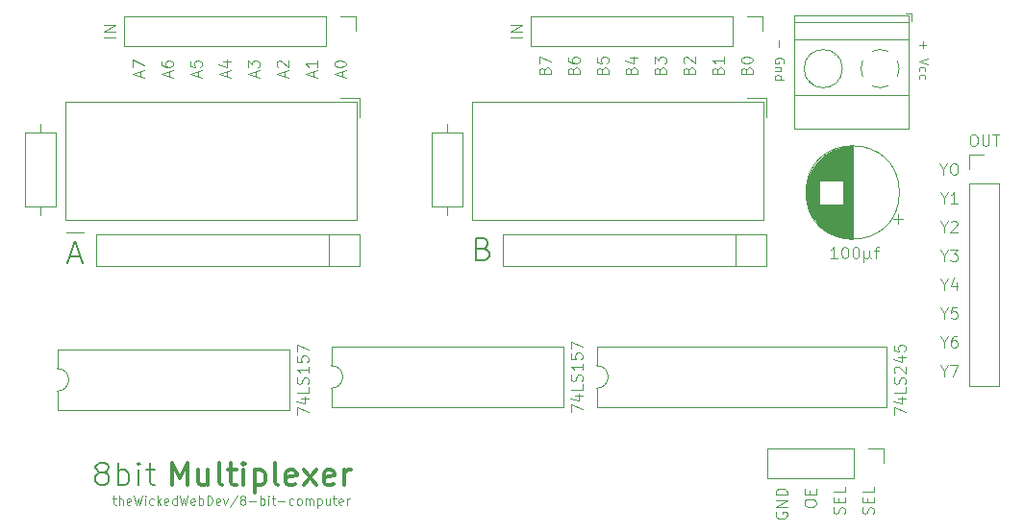
<source format=gbr>
%TF.GenerationSoftware,KiCad,Pcbnew,(5.1.9-0-10_14)*%
%TF.CreationDate,2021-05-30T08:25:23-04:00*%
%TF.ProjectId,MULTIPLEXER,4d554c54-4950-44c4-9558-45522e6b6963,rev?*%
%TF.SameCoordinates,Original*%
%TF.FileFunction,Legend,Top*%
%TF.FilePolarity,Positive*%
%FSLAX46Y46*%
G04 Gerber Fmt 4.6, Leading zero omitted, Abs format (unit mm)*
G04 Created by KiCad (PCBNEW (5.1.9-0-10_14)) date 2021-05-30 08:25:23*
%MOMM*%
%LPD*%
G01*
G04 APERTURE LIST*
%ADD10C,0.120000*%
%ADD11C,0.100000*%
%ADD12C,0.300000*%
%ADD13C,0.200000*%
%ADD14C,0.150000*%
G04 APERTURE END LIST*
D10*
X109220000Y-92964000D02*
X110744000Y-92964000D01*
D11*
X171712000Y-117601904D02*
X171664380Y-117697142D01*
X171664380Y-117840000D01*
X171712000Y-117982857D01*
X171807238Y-118078095D01*
X171902476Y-118125714D01*
X172092952Y-118173333D01*
X172235809Y-118173333D01*
X172426285Y-118125714D01*
X172521523Y-118078095D01*
X172616761Y-117982857D01*
X172664380Y-117840000D01*
X172664380Y-117744761D01*
X172616761Y-117601904D01*
X172569142Y-117554285D01*
X172235809Y-117554285D01*
X172235809Y-117744761D01*
X172664380Y-117125714D02*
X171664380Y-117125714D01*
X172664380Y-116554285D01*
X171664380Y-116554285D01*
X172664380Y-116078095D02*
X171664380Y-116078095D01*
X171664380Y-115840000D01*
X171712000Y-115697142D01*
X171807238Y-115601904D01*
X171902476Y-115554285D01*
X172092952Y-115506666D01*
X172235809Y-115506666D01*
X172426285Y-115554285D01*
X172521523Y-115601904D01*
X172616761Y-115697142D01*
X172664380Y-115840000D01*
X172664380Y-116078095D01*
X113482380Y-75707809D02*
X112482380Y-75707809D01*
X113482380Y-75231619D02*
X112482380Y-75231619D01*
X113482380Y-74660190D01*
X112482380Y-74660190D01*
X149296380Y-75707809D02*
X148296380Y-75707809D01*
X149296380Y-75231619D02*
X148296380Y-75231619D01*
X149296380Y-74660190D01*
X148296380Y-74660190D01*
X188992000Y-84288380D02*
X189182476Y-84288380D01*
X189277714Y-84336000D01*
X189372952Y-84431238D01*
X189420571Y-84621714D01*
X189420571Y-84955047D01*
X189372952Y-85145523D01*
X189277714Y-85240761D01*
X189182476Y-85288380D01*
X188992000Y-85288380D01*
X188896761Y-85240761D01*
X188801523Y-85145523D01*
X188753904Y-84955047D01*
X188753904Y-84621714D01*
X188801523Y-84431238D01*
X188896761Y-84336000D01*
X188992000Y-84288380D01*
X189849142Y-84288380D02*
X189849142Y-85097904D01*
X189896761Y-85193142D01*
X189944380Y-85240761D01*
X190039619Y-85288380D01*
X190230095Y-85288380D01*
X190325333Y-85240761D01*
X190372952Y-85193142D01*
X190420571Y-85097904D01*
X190420571Y-84288380D01*
X190753904Y-84288380D02*
X191325333Y-84288380D01*
X191039619Y-85288380D02*
X191039619Y-84288380D01*
X113259904Y-116414571D02*
X113564666Y-116414571D01*
X113374190Y-116147904D02*
X113374190Y-116833619D01*
X113412285Y-116909809D01*
X113488476Y-116947904D01*
X113564666Y-116947904D01*
X113831333Y-116947904D02*
X113831333Y-116147904D01*
X114174190Y-116947904D02*
X114174190Y-116528857D01*
X114136095Y-116452666D01*
X114059904Y-116414571D01*
X113945619Y-116414571D01*
X113869428Y-116452666D01*
X113831333Y-116490761D01*
X114859904Y-116909809D02*
X114783714Y-116947904D01*
X114631333Y-116947904D01*
X114555142Y-116909809D01*
X114517047Y-116833619D01*
X114517047Y-116528857D01*
X114555142Y-116452666D01*
X114631333Y-116414571D01*
X114783714Y-116414571D01*
X114859904Y-116452666D01*
X114898000Y-116528857D01*
X114898000Y-116605047D01*
X114517047Y-116681238D01*
X115164666Y-116147904D02*
X115355142Y-116947904D01*
X115507523Y-116376476D01*
X115659904Y-116947904D01*
X115850380Y-116147904D01*
X116155142Y-116947904D02*
X116155142Y-116414571D01*
X116155142Y-116147904D02*
X116117047Y-116186000D01*
X116155142Y-116224095D01*
X116193238Y-116186000D01*
X116155142Y-116147904D01*
X116155142Y-116224095D01*
X116878952Y-116909809D02*
X116802761Y-116947904D01*
X116650380Y-116947904D01*
X116574190Y-116909809D01*
X116536095Y-116871714D01*
X116498000Y-116795523D01*
X116498000Y-116566952D01*
X116536095Y-116490761D01*
X116574190Y-116452666D01*
X116650380Y-116414571D01*
X116802761Y-116414571D01*
X116878952Y-116452666D01*
X117221809Y-116947904D02*
X117221809Y-116147904D01*
X117298000Y-116643142D02*
X117526571Y-116947904D01*
X117526571Y-116414571D02*
X117221809Y-116719333D01*
X118174190Y-116909809D02*
X118098000Y-116947904D01*
X117945619Y-116947904D01*
X117869428Y-116909809D01*
X117831333Y-116833619D01*
X117831333Y-116528857D01*
X117869428Y-116452666D01*
X117945619Y-116414571D01*
X118098000Y-116414571D01*
X118174190Y-116452666D01*
X118212285Y-116528857D01*
X118212285Y-116605047D01*
X117831333Y-116681238D01*
X118898000Y-116947904D02*
X118898000Y-116147904D01*
X118898000Y-116909809D02*
X118821809Y-116947904D01*
X118669428Y-116947904D01*
X118593238Y-116909809D01*
X118555142Y-116871714D01*
X118517047Y-116795523D01*
X118517047Y-116566952D01*
X118555142Y-116490761D01*
X118593238Y-116452666D01*
X118669428Y-116414571D01*
X118821809Y-116414571D01*
X118898000Y-116452666D01*
X119202761Y-116147904D02*
X119393238Y-116947904D01*
X119545619Y-116376476D01*
X119698000Y-116947904D01*
X119888476Y-116147904D01*
X120498000Y-116909809D02*
X120421809Y-116947904D01*
X120269428Y-116947904D01*
X120193238Y-116909809D01*
X120155142Y-116833619D01*
X120155142Y-116528857D01*
X120193238Y-116452666D01*
X120269428Y-116414571D01*
X120421809Y-116414571D01*
X120498000Y-116452666D01*
X120536095Y-116528857D01*
X120536095Y-116605047D01*
X120155142Y-116681238D01*
X120878952Y-116947904D02*
X120878952Y-116147904D01*
X120878952Y-116452666D02*
X120955142Y-116414571D01*
X121107523Y-116414571D01*
X121183714Y-116452666D01*
X121221809Y-116490761D01*
X121259904Y-116566952D01*
X121259904Y-116795523D01*
X121221809Y-116871714D01*
X121183714Y-116909809D01*
X121107523Y-116947904D01*
X120955142Y-116947904D01*
X120878952Y-116909809D01*
X121602761Y-116947904D02*
X121602761Y-116147904D01*
X121793238Y-116147904D01*
X121907523Y-116186000D01*
X121983714Y-116262190D01*
X122021809Y-116338380D01*
X122059904Y-116490761D01*
X122059904Y-116605047D01*
X122021809Y-116757428D01*
X121983714Y-116833619D01*
X121907523Y-116909809D01*
X121793238Y-116947904D01*
X121602761Y-116947904D01*
X122707523Y-116909809D02*
X122631333Y-116947904D01*
X122478952Y-116947904D01*
X122402761Y-116909809D01*
X122364666Y-116833619D01*
X122364666Y-116528857D01*
X122402761Y-116452666D01*
X122478952Y-116414571D01*
X122631333Y-116414571D01*
X122707523Y-116452666D01*
X122745619Y-116528857D01*
X122745619Y-116605047D01*
X122364666Y-116681238D01*
X123012285Y-116414571D02*
X123202761Y-116947904D01*
X123393238Y-116414571D01*
X124269428Y-116109809D02*
X123583714Y-117138380D01*
X124650380Y-116490761D02*
X124574190Y-116452666D01*
X124536095Y-116414571D01*
X124498000Y-116338380D01*
X124498000Y-116300285D01*
X124536095Y-116224095D01*
X124574190Y-116186000D01*
X124650380Y-116147904D01*
X124802761Y-116147904D01*
X124878952Y-116186000D01*
X124917047Y-116224095D01*
X124955142Y-116300285D01*
X124955142Y-116338380D01*
X124917047Y-116414571D01*
X124878952Y-116452666D01*
X124802761Y-116490761D01*
X124650380Y-116490761D01*
X124574190Y-116528857D01*
X124536095Y-116566952D01*
X124498000Y-116643142D01*
X124498000Y-116795523D01*
X124536095Y-116871714D01*
X124574190Y-116909809D01*
X124650380Y-116947904D01*
X124802761Y-116947904D01*
X124878952Y-116909809D01*
X124917047Y-116871714D01*
X124955142Y-116795523D01*
X124955142Y-116643142D01*
X124917047Y-116566952D01*
X124878952Y-116528857D01*
X124802761Y-116490761D01*
X125298000Y-116643142D02*
X125907523Y-116643142D01*
X126288476Y-116947904D02*
X126288476Y-116147904D01*
X126288476Y-116452666D02*
X126364666Y-116414571D01*
X126517047Y-116414571D01*
X126593238Y-116452666D01*
X126631333Y-116490761D01*
X126669428Y-116566952D01*
X126669428Y-116795523D01*
X126631333Y-116871714D01*
X126593238Y-116909809D01*
X126517047Y-116947904D01*
X126364666Y-116947904D01*
X126288476Y-116909809D01*
X127012285Y-116947904D02*
X127012285Y-116414571D01*
X127012285Y-116147904D02*
X126974190Y-116186000D01*
X127012285Y-116224095D01*
X127050380Y-116186000D01*
X127012285Y-116147904D01*
X127012285Y-116224095D01*
X127278952Y-116414571D02*
X127583714Y-116414571D01*
X127393238Y-116147904D02*
X127393238Y-116833619D01*
X127431333Y-116909809D01*
X127507523Y-116947904D01*
X127583714Y-116947904D01*
X127850380Y-116643142D02*
X128459904Y-116643142D01*
X129183714Y-116909809D02*
X129107523Y-116947904D01*
X128955142Y-116947904D01*
X128878952Y-116909809D01*
X128840857Y-116871714D01*
X128802761Y-116795523D01*
X128802761Y-116566952D01*
X128840857Y-116490761D01*
X128878952Y-116452666D01*
X128955142Y-116414571D01*
X129107523Y-116414571D01*
X129183714Y-116452666D01*
X129640857Y-116947904D02*
X129564666Y-116909809D01*
X129526571Y-116871714D01*
X129488476Y-116795523D01*
X129488476Y-116566952D01*
X129526571Y-116490761D01*
X129564666Y-116452666D01*
X129640857Y-116414571D01*
X129755142Y-116414571D01*
X129831333Y-116452666D01*
X129869428Y-116490761D01*
X129907523Y-116566952D01*
X129907523Y-116795523D01*
X129869428Y-116871714D01*
X129831333Y-116909809D01*
X129755142Y-116947904D01*
X129640857Y-116947904D01*
X130250380Y-116947904D02*
X130250380Y-116414571D01*
X130250380Y-116490761D02*
X130288476Y-116452666D01*
X130364666Y-116414571D01*
X130478952Y-116414571D01*
X130555142Y-116452666D01*
X130593238Y-116528857D01*
X130593238Y-116947904D01*
X130593238Y-116528857D02*
X130631333Y-116452666D01*
X130707523Y-116414571D01*
X130821809Y-116414571D01*
X130898000Y-116452666D01*
X130936095Y-116528857D01*
X130936095Y-116947904D01*
X131317047Y-116414571D02*
X131317047Y-117214571D01*
X131317047Y-116452666D02*
X131393238Y-116414571D01*
X131545619Y-116414571D01*
X131621809Y-116452666D01*
X131659904Y-116490761D01*
X131698000Y-116566952D01*
X131698000Y-116795523D01*
X131659904Y-116871714D01*
X131621809Y-116909809D01*
X131545619Y-116947904D01*
X131393238Y-116947904D01*
X131317047Y-116909809D01*
X132383714Y-116414571D02*
X132383714Y-116947904D01*
X132040857Y-116414571D02*
X132040857Y-116833619D01*
X132078952Y-116909809D01*
X132155142Y-116947904D01*
X132269428Y-116947904D01*
X132345619Y-116909809D01*
X132383714Y-116871714D01*
X132650380Y-116414571D02*
X132955142Y-116414571D01*
X132764666Y-116147904D02*
X132764666Y-116833619D01*
X132802761Y-116909809D01*
X132878952Y-116947904D01*
X132955142Y-116947904D01*
X133526571Y-116909809D02*
X133450380Y-116947904D01*
X133298000Y-116947904D01*
X133221809Y-116909809D01*
X133183714Y-116833619D01*
X133183714Y-116528857D01*
X133221809Y-116452666D01*
X133298000Y-116414571D01*
X133450380Y-116414571D01*
X133526571Y-116452666D01*
X133564666Y-116528857D01*
X133564666Y-116605047D01*
X133183714Y-116681238D01*
X133907523Y-116947904D02*
X133907523Y-116414571D01*
X133907523Y-116566952D02*
X133945619Y-116490761D01*
X133983714Y-116452666D01*
X134059904Y-116414571D01*
X134136095Y-116414571D01*
D12*
X118523714Y-115204761D02*
X118523714Y-113204761D01*
X119190380Y-114633333D01*
X119857047Y-113204761D01*
X119857047Y-115204761D01*
X121666571Y-113871428D02*
X121666571Y-115204761D01*
X120809428Y-113871428D02*
X120809428Y-114919047D01*
X120904666Y-115109523D01*
X121095142Y-115204761D01*
X121380857Y-115204761D01*
X121571333Y-115109523D01*
X121666571Y-115014285D01*
X122904666Y-115204761D02*
X122714190Y-115109523D01*
X122618952Y-114919047D01*
X122618952Y-113204761D01*
X123380857Y-113871428D02*
X124142761Y-113871428D01*
X123666571Y-113204761D02*
X123666571Y-114919047D01*
X123761809Y-115109523D01*
X123952285Y-115204761D01*
X124142761Y-115204761D01*
X124809428Y-115204761D02*
X124809428Y-113871428D01*
X124809428Y-113204761D02*
X124714190Y-113300000D01*
X124809428Y-113395238D01*
X124904666Y-113300000D01*
X124809428Y-113204761D01*
X124809428Y-113395238D01*
X125761809Y-113871428D02*
X125761809Y-115871428D01*
X125761809Y-113966666D02*
X125952285Y-113871428D01*
X126333238Y-113871428D01*
X126523714Y-113966666D01*
X126618952Y-114061904D01*
X126714190Y-114252380D01*
X126714190Y-114823809D01*
X126618952Y-115014285D01*
X126523714Y-115109523D01*
X126333238Y-115204761D01*
X125952285Y-115204761D01*
X125761809Y-115109523D01*
X127857047Y-115204761D02*
X127666571Y-115109523D01*
X127571333Y-114919047D01*
X127571333Y-113204761D01*
X129380857Y-115109523D02*
X129190380Y-115204761D01*
X128809428Y-115204761D01*
X128618952Y-115109523D01*
X128523714Y-114919047D01*
X128523714Y-114157142D01*
X128618952Y-113966666D01*
X128809428Y-113871428D01*
X129190380Y-113871428D01*
X129380857Y-113966666D01*
X129476095Y-114157142D01*
X129476095Y-114347619D01*
X128523714Y-114538095D01*
X130142761Y-115204761D02*
X131190380Y-113871428D01*
X130142761Y-113871428D02*
X131190380Y-115204761D01*
X132714190Y-115109523D02*
X132523714Y-115204761D01*
X132142761Y-115204761D01*
X131952285Y-115109523D01*
X131857047Y-114919047D01*
X131857047Y-114157142D01*
X131952285Y-113966666D01*
X132142761Y-113871428D01*
X132523714Y-113871428D01*
X132714190Y-113966666D01*
X132809428Y-114157142D01*
X132809428Y-114347619D01*
X131857047Y-114538095D01*
X133666571Y-115204761D02*
X133666571Y-113871428D01*
X133666571Y-114252380D02*
X133761809Y-114061904D01*
X133857047Y-113966666D01*
X134047523Y-113871428D01*
X134238000Y-113871428D01*
D13*
X112157142Y-114061904D02*
X111966666Y-113966666D01*
X111871428Y-113871428D01*
X111776190Y-113680952D01*
X111776190Y-113585714D01*
X111871428Y-113395238D01*
X111966666Y-113300000D01*
X112157142Y-113204761D01*
X112538095Y-113204761D01*
X112728571Y-113300000D01*
X112823809Y-113395238D01*
X112919047Y-113585714D01*
X112919047Y-113680952D01*
X112823809Y-113871428D01*
X112728571Y-113966666D01*
X112538095Y-114061904D01*
X112157142Y-114061904D01*
X111966666Y-114157142D01*
X111871428Y-114252380D01*
X111776190Y-114442857D01*
X111776190Y-114823809D01*
X111871428Y-115014285D01*
X111966666Y-115109523D01*
X112157142Y-115204761D01*
X112538095Y-115204761D01*
X112728571Y-115109523D01*
X112823809Y-115014285D01*
X112919047Y-114823809D01*
X112919047Y-114442857D01*
X112823809Y-114252380D01*
X112728571Y-114157142D01*
X112538095Y-114061904D01*
X113776190Y-115204761D02*
X113776190Y-113204761D01*
X113776190Y-113966666D02*
X113966666Y-113871428D01*
X114347619Y-113871428D01*
X114538095Y-113966666D01*
X114633333Y-114061904D01*
X114728571Y-114252380D01*
X114728571Y-114823809D01*
X114633333Y-115014285D01*
X114538095Y-115109523D01*
X114347619Y-115204761D01*
X113966666Y-115204761D01*
X113776190Y-115109523D01*
X115585714Y-115204761D02*
X115585714Y-113871428D01*
X115585714Y-113204761D02*
X115490476Y-113300000D01*
X115585714Y-113395238D01*
X115680952Y-113300000D01*
X115585714Y-113204761D01*
X115585714Y-113395238D01*
X116252380Y-113871428D02*
X117014285Y-113871428D01*
X116538095Y-113204761D02*
X116538095Y-114919047D01*
X116633333Y-115109523D01*
X116823809Y-115204761D01*
X117014285Y-115204761D01*
D11*
X182078380Y-109037047D02*
X182078380Y-108370380D01*
X183078380Y-108798952D01*
X182411714Y-107560857D02*
X183078380Y-107560857D01*
X182030761Y-107798952D02*
X182745047Y-108037047D01*
X182745047Y-107418000D01*
X183078380Y-106560857D02*
X183078380Y-107037047D01*
X182078380Y-107037047D01*
X183030761Y-106275142D02*
X183078380Y-106132285D01*
X183078380Y-105894190D01*
X183030761Y-105798952D01*
X182983142Y-105751333D01*
X182887904Y-105703714D01*
X182792666Y-105703714D01*
X182697428Y-105751333D01*
X182649809Y-105798952D01*
X182602190Y-105894190D01*
X182554571Y-106084666D01*
X182506952Y-106179904D01*
X182459333Y-106227523D01*
X182364095Y-106275142D01*
X182268857Y-106275142D01*
X182173619Y-106227523D01*
X182126000Y-106179904D01*
X182078380Y-106084666D01*
X182078380Y-105846571D01*
X182126000Y-105703714D01*
X182173619Y-105322761D02*
X182126000Y-105275142D01*
X182078380Y-105179904D01*
X182078380Y-104941809D01*
X182126000Y-104846571D01*
X182173619Y-104798952D01*
X182268857Y-104751333D01*
X182364095Y-104751333D01*
X182506952Y-104798952D01*
X183078380Y-105370380D01*
X183078380Y-104751333D01*
X182411714Y-103894190D02*
X183078380Y-103894190D01*
X182030761Y-104132285D02*
X182745047Y-104370380D01*
X182745047Y-103751333D01*
X182078380Y-102894190D02*
X182078380Y-103370380D01*
X182554571Y-103418000D01*
X182506952Y-103370380D01*
X182459333Y-103275142D01*
X182459333Y-103037047D01*
X182506952Y-102941809D01*
X182554571Y-102894190D01*
X182649809Y-102846571D01*
X182887904Y-102846571D01*
X182983142Y-102894190D01*
X183030761Y-102941809D01*
X183078380Y-103037047D01*
X183078380Y-103275142D01*
X183030761Y-103370380D01*
X182983142Y-103418000D01*
X153630380Y-108783047D02*
X153630380Y-108116380D01*
X154630380Y-108544952D01*
X153963714Y-107306857D02*
X154630380Y-107306857D01*
X153582761Y-107544952D02*
X154297047Y-107783047D01*
X154297047Y-107164000D01*
X154630380Y-106306857D02*
X154630380Y-106783047D01*
X153630380Y-106783047D01*
X154582761Y-106021142D02*
X154630380Y-105878285D01*
X154630380Y-105640190D01*
X154582761Y-105544952D01*
X154535142Y-105497333D01*
X154439904Y-105449714D01*
X154344666Y-105449714D01*
X154249428Y-105497333D01*
X154201809Y-105544952D01*
X154154190Y-105640190D01*
X154106571Y-105830666D01*
X154058952Y-105925904D01*
X154011333Y-105973523D01*
X153916095Y-106021142D01*
X153820857Y-106021142D01*
X153725619Y-105973523D01*
X153678000Y-105925904D01*
X153630380Y-105830666D01*
X153630380Y-105592571D01*
X153678000Y-105449714D01*
X154630380Y-104497333D02*
X154630380Y-105068761D01*
X154630380Y-104783047D02*
X153630380Y-104783047D01*
X153773238Y-104878285D01*
X153868476Y-104973523D01*
X153916095Y-105068761D01*
X153630380Y-103592571D02*
X153630380Y-104068761D01*
X154106571Y-104116380D01*
X154058952Y-104068761D01*
X154011333Y-103973523D01*
X154011333Y-103735428D01*
X154058952Y-103640190D01*
X154106571Y-103592571D01*
X154201809Y-103544952D01*
X154439904Y-103544952D01*
X154535142Y-103592571D01*
X154582761Y-103640190D01*
X154630380Y-103735428D01*
X154630380Y-103973523D01*
X154582761Y-104068761D01*
X154535142Y-104116380D01*
X153630380Y-103211619D02*
X153630380Y-102544952D01*
X154630380Y-102973523D01*
X129500380Y-109037047D02*
X129500380Y-108370380D01*
X130500380Y-108798952D01*
X129833714Y-107560857D02*
X130500380Y-107560857D01*
X129452761Y-107798952D02*
X130167047Y-108037047D01*
X130167047Y-107418000D01*
X130500380Y-106560857D02*
X130500380Y-107037047D01*
X129500380Y-107037047D01*
X130452761Y-106275142D02*
X130500380Y-106132285D01*
X130500380Y-105894190D01*
X130452761Y-105798952D01*
X130405142Y-105751333D01*
X130309904Y-105703714D01*
X130214666Y-105703714D01*
X130119428Y-105751333D01*
X130071809Y-105798952D01*
X130024190Y-105894190D01*
X129976571Y-106084666D01*
X129928952Y-106179904D01*
X129881333Y-106227523D01*
X129786095Y-106275142D01*
X129690857Y-106275142D01*
X129595619Y-106227523D01*
X129548000Y-106179904D01*
X129500380Y-106084666D01*
X129500380Y-105846571D01*
X129548000Y-105703714D01*
X130500380Y-104751333D02*
X130500380Y-105322761D01*
X130500380Y-105037047D02*
X129500380Y-105037047D01*
X129643238Y-105132285D01*
X129738476Y-105227523D01*
X129786095Y-105322761D01*
X129500380Y-103846571D02*
X129500380Y-104322761D01*
X129976571Y-104370380D01*
X129928952Y-104322761D01*
X129881333Y-104227523D01*
X129881333Y-103989428D01*
X129928952Y-103894190D01*
X129976571Y-103846571D01*
X130071809Y-103798952D01*
X130309904Y-103798952D01*
X130405142Y-103846571D01*
X130452761Y-103894190D01*
X130500380Y-103989428D01*
X130500380Y-104227523D01*
X130452761Y-104322761D01*
X130405142Y-104370380D01*
X129500380Y-103465619D02*
X129500380Y-102798952D01*
X130500380Y-103227523D01*
X171900857Y-75990666D02*
X171900857Y-76600190D01*
X172358000Y-78009714D02*
X172396095Y-77933523D01*
X172396095Y-77819238D01*
X172358000Y-77704952D01*
X172281809Y-77628761D01*
X172205619Y-77590666D01*
X172053238Y-77552571D01*
X171938952Y-77552571D01*
X171786571Y-77590666D01*
X171710380Y-77628761D01*
X171634190Y-77704952D01*
X171596095Y-77819238D01*
X171596095Y-77895428D01*
X171634190Y-78009714D01*
X171672285Y-78047809D01*
X171938952Y-78047809D01*
X171938952Y-77895428D01*
X172129428Y-78390666D02*
X171596095Y-78390666D01*
X172053238Y-78390666D02*
X172091333Y-78428761D01*
X172129428Y-78504952D01*
X172129428Y-78619238D01*
X172091333Y-78695428D01*
X172015142Y-78733523D01*
X171596095Y-78733523D01*
X171596095Y-79457333D02*
X172396095Y-79457333D01*
X171634190Y-79457333D02*
X171596095Y-79381142D01*
X171596095Y-79228761D01*
X171634190Y-79152571D01*
X171672285Y-79114476D01*
X171748476Y-79076380D01*
X171977047Y-79076380D01*
X172053238Y-79114476D01*
X172091333Y-79152571D01*
X172129428Y-79228761D01*
X172129428Y-79381142D01*
X172091333Y-79457333D01*
X184600857Y-76085904D02*
X184600857Y-76695428D01*
X184296095Y-76390666D02*
X184905619Y-76390666D01*
X185096095Y-77571619D02*
X184296095Y-77838285D01*
X185096095Y-78104952D01*
X184334190Y-78714476D02*
X184296095Y-78638285D01*
X184296095Y-78485904D01*
X184334190Y-78409714D01*
X184372285Y-78371619D01*
X184448476Y-78333523D01*
X184677047Y-78333523D01*
X184753238Y-78371619D01*
X184791333Y-78409714D01*
X184829428Y-78485904D01*
X184829428Y-78638285D01*
X184791333Y-78714476D01*
X184334190Y-79400190D02*
X184296095Y-79324000D01*
X184296095Y-79171619D01*
X184334190Y-79095428D01*
X184372285Y-79057333D01*
X184448476Y-79019238D01*
X184677047Y-79019238D01*
X184753238Y-79057333D01*
X184791333Y-79095428D01*
X184829428Y-79171619D01*
X184829428Y-79324000D01*
X184791333Y-79400190D01*
X177085809Y-95194380D02*
X176514380Y-95194380D01*
X176800095Y-95194380D02*
X176800095Y-94194380D01*
X176704857Y-94337238D01*
X176609619Y-94432476D01*
X176514380Y-94480095D01*
X177704857Y-94194380D02*
X177800095Y-94194380D01*
X177895333Y-94242000D01*
X177942952Y-94289619D01*
X177990571Y-94384857D01*
X178038190Y-94575333D01*
X178038190Y-94813428D01*
X177990571Y-95003904D01*
X177942952Y-95099142D01*
X177895333Y-95146761D01*
X177800095Y-95194380D01*
X177704857Y-95194380D01*
X177609619Y-95146761D01*
X177562000Y-95099142D01*
X177514380Y-95003904D01*
X177466761Y-94813428D01*
X177466761Y-94575333D01*
X177514380Y-94384857D01*
X177562000Y-94289619D01*
X177609619Y-94242000D01*
X177704857Y-94194380D01*
X178657238Y-94194380D02*
X178752476Y-94194380D01*
X178847714Y-94242000D01*
X178895333Y-94289619D01*
X178942952Y-94384857D01*
X178990571Y-94575333D01*
X178990571Y-94813428D01*
X178942952Y-95003904D01*
X178895333Y-95099142D01*
X178847714Y-95146761D01*
X178752476Y-95194380D01*
X178657238Y-95194380D01*
X178562000Y-95146761D01*
X178514380Y-95099142D01*
X178466761Y-95003904D01*
X178419142Y-94813428D01*
X178419142Y-94575333D01*
X178466761Y-94384857D01*
X178514380Y-94289619D01*
X178562000Y-94242000D01*
X178657238Y-94194380D01*
X179419142Y-94527714D02*
X179419142Y-95527714D01*
X179895333Y-95051523D02*
X179942952Y-95146761D01*
X180038190Y-95194380D01*
X179419142Y-95051523D02*
X179466761Y-95146761D01*
X179562000Y-95194380D01*
X179752476Y-95194380D01*
X179847714Y-95146761D01*
X179895333Y-95051523D01*
X179895333Y-94527714D01*
X180323904Y-94527714D02*
X180704857Y-94527714D01*
X180466761Y-95194380D02*
X180466761Y-94337238D01*
X180514380Y-94242000D01*
X180609619Y-94194380D01*
X180704857Y-94194380D01*
X120816666Y-79200285D02*
X120816666Y-78724095D01*
X121102380Y-79295523D02*
X120102380Y-78962190D01*
X121102380Y-78628857D01*
X120102380Y-77819333D02*
X120102380Y-78295523D01*
X120578571Y-78343142D01*
X120530952Y-78295523D01*
X120483333Y-78200285D01*
X120483333Y-77962190D01*
X120530952Y-77866952D01*
X120578571Y-77819333D01*
X120673809Y-77771714D01*
X120911904Y-77771714D01*
X121007142Y-77819333D01*
X121054761Y-77866952D01*
X121102380Y-77962190D01*
X121102380Y-78200285D01*
X121054761Y-78295523D01*
X121007142Y-78343142D01*
X128436666Y-79200285D02*
X128436666Y-78724095D01*
X128722380Y-79295523D02*
X127722380Y-78962190D01*
X128722380Y-78628857D01*
X127817619Y-78343142D02*
X127770000Y-78295523D01*
X127722380Y-78200285D01*
X127722380Y-77962190D01*
X127770000Y-77866952D01*
X127817619Y-77819333D01*
X127912857Y-77771714D01*
X128008095Y-77771714D01*
X128150952Y-77819333D01*
X128722380Y-78390761D01*
X128722380Y-77771714D01*
X118276666Y-79200285D02*
X118276666Y-78724095D01*
X118562380Y-79295523D02*
X117562380Y-78962190D01*
X118562380Y-78628857D01*
X117562380Y-77866952D02*
X117562380Y-78057428D01*
X117610000Y-78152666D01*
X117657619Y-78200285D01*
X117800476Y-78295523D01*
X117990952Y-78343142D01*
X118371904Y-78343142D01*
X118467142Y-78295523D01*
X118514761Y-78247904D01*
X118562380Y-78152666D01*
X118562380Y-77962190D01*
X118514761Y-77866952D01*
X118467142Y-77819333D01*
X118371904Y-77771714D01*
X118133809Y-77771714D01*
X118038571Y-77819333D01*
X117990952Y-77866952D01*
X117943333Y-77962190D01*
X117943333Y-78152666D01*
X117990952Y-78247904D01*
X118038571Y-78295523D01*
X118133809Y-78343142D01*
X130976666Y-79200285D02*
X130976666Y-78724095D01*
X131262380Y-79295523D02*
X130262380Y-78962190D01*
X131262380Y-78628857D01*
X131262380Y-77771714D02*
X131262380Y-78343142D01*
X131262380Y-78057428D02*
X130262380Y-78057428D01*
X130405238Y-78152666D01*
X130500476Y-78247904D01*
X130548095Y-78343142D01*
X133516666Y-79200285D02*
X133516666Y-78724095D01*
X133802380Y-79295523D02*
X132802380Y-78962190D01*
X133802380Y-78628857D01*
X132802380Y-78105047D02*
X132802380Y-78009809D01*
X132850000Y-77914571D01*
X132897619Y-77866952D01*
X132992857Y-77819333D01*
X133183333Y-77771714D01*
X133421428Y-77771714D01*
X133611904Y-77819333D01*
X133707142Y-77866952D01*
X133754761Y-77914571D01*
X133802380Y-78009809D01*
X133802380Y-78105047D01*
X133754761Y-78200285D01*
X133707142Y-78247904D01*
X133611904Y-78295523D01*
X133421428Y-78343142D01*
X133183333Y-78343142D01*
X132992857Y-78295523D01*
X132897619Y-78247904D01*
X132850000Y-78200285D01*
X132802380Y-78105047D01*
X125896666Y-79200285D02*
X125896666Y-78724095D01*
X126182380Y-79295523D02*
X125182380Y-78962190D01*
X126182380Y-78628857D01*
X125182380Y-78390761D02*
X125182380Y-77771714D01*
X125563333Y-78105047D01*
X125563333Y-77962190D01*
X125610952Y-77866952D01*
X125658571Y-77819333D01*
X125753809Y-77771714D01*
X125991904Y-77771714D01*
X126087142Y-77819333D01*
X126134761Y-77866952D01*
X126182380Y-77962190D01*
X126182380Y-78247904D01*
X126134761Y-78343142D01*
X126087142Y-78390761D01*
X115736666Y-79200285D02*
X115736666Y-78724095D01*
X116022380Y-79295523D02*
X115022380Y-78962190D01*
X116022380Y-78628857D01*
X115022380Y-78390761D02*
X115022380Y-77724095D01*
X116022380Y-78152666D01*
X123356666Y-79200285D02*
X123356666Y-78724095D01*
X123642380Y-79295523D02*
X122642380Y-78962190D01*
X123642380Y-78628857D01*
X122975714Y-77866952D02*
X123642380Y-77866952D01*
X122594761Y-78105047D02*
X123309047Y-78343142D01*
X123309047Y-77724095D01*
X186467809Y-100052190D02*
X186467809Y-100528380D01*
X186134476Y-99528380D02*
X186467809Y-100052190D01*
X186801142Y-99528380D01*
X187610666Y-99528380D02*
X187134476Y-99528380D01*
X187086857Y-100004571D01*
X187134476Y-99956952D01*
X187229714Y-99909333D01*
X187467809Y-99909333D01*
X187563047Y-99956952D01*
X187610666Y-100004571D01*
X187658285Y-100099809D01*
X187658285Y-100337904D01*
X187610666Y-100433142D01*
X187563047Y-100480761D01*
X187467809Y-100528380D01*
X187229714Y-100528380D01*
X187134476Y-100480761D01*
X187086857Y-100433142D01*
X186467809Y-92432190D02*
X186467809Y-92908380D01*
X186134476Y-91908380D02*
X186467809Y-92432190D01*
X186801142Y-91908380D01*
X187086857Y-92003619D02*
X187134476Y-91956000D01*
X187229714Y-91908380D01*
X187467809Y-91908380D01*
X187563047Y-91956000D01*
X187610666Y-92003619D01*
X187658285Y-92098857D01*
X187658285Y-92194095D01*
X187610666Y-92336952D01*
X187039238Y-92908380D01*
X187658285Y-92908380D01*
X186467809Y-102592190D02*
X186467809Y-103068380D01*
X186134476Y-102068380D02*
X186467809Y-102592190D01*
X186801142Y-102068380D01*
X187563047Y-102068380D02*
X187372571Y-102068380D01*
X187277333Y-102116000D01*
X187229714Y-102163619D01*
X187134476Y-102306476D01*
X187086857Y-102496952D01*
X187086857Y-102877904D01*
X187134476Y-102973142D01*
X187182095Y-103020761D01*
X187277333Y-103068380D01*
X187467809Y-103068380D01*
X187563047Y-103020761D01*
X187610666Y-102973142D01*
X187658285Y-102877904D01*
X187658285Y-102639809D01*
X187610666Y-102544571D01*
X187563047Y-102496952D01*
X187467809Y-102449333D01*
X187277333Y-102449333D01*
X187182095Y-102496952D01*
X187134476Y-102544571D01*
X187086857Y-102639809D01*
X186467809Y-89892190D02*
X186467809Y-90368380D01*
X186134476Y-89368380D02*
X186467809Y-89892190D01*
X186801142Y-89368380D01*
X187658285Y-90368380D02*
X187086857Y-90368380D01*
X187372571Y-90368380D02*
X187372571Y-89368380D01*
X187277333Y-89511238D01*
X187182095Y-89606476D01*
X187086857Y-89654095D01*
X186420190Y-87352190D02*
X186420190Y-87828380D01*
X186086857Y-86828380D02*
X186420190Y-87352190D01*
X186753523Y-86828380D01*
X187277333Y-86828380D02*
X187467809Y-86828380D01*
X187563047Y-86876000D01*
X187658285Y-86971238D01*
X187705904Y-87161714D01*
X187705904Y-87495047D01*
X187658285Y-87685523D01*
X187563047Y-87780761D01*
X187467809Y-87828380D01*
X187277333Y-87828380D01*
X187182095Y-87780761D01*
X187086857Y-87685523D01*
X187039238Y-87495047D01*
X187039238Y-87161714D01*
X187086857Y-86971238D01*
X187182095Y-86876000D01*
X187277333Y-86828380D01*
X186467809Y-94972190D02*
X186467809Y-95448380D01*
X186134476Y-94448380D02*
X186467809Y-94972190D01*
X186801142Y-94448380D01*
X187039238Y-94448380D02*
X187658285Y-94448380D01*
X187324952Y-94829333D01*
X187467809Y-94829333D01*
X187563047Y-94876952D01*
X187610666Y-94924571D01*
X187658285Y-95019809D01*
X187658285Y-95257904D01*
X187610666Y-95353142D01*
X187563047Y-95400761D01*
X187467809Y-95448380D01*
X187182095Y-95448380D01*
X187086857Y-95400761D01*
X187039238Y-95353142D01*
X186467809Y-105132190D02*
X186467809Y-105608380D01*
X186134476Y-104608380D02*
X186467809Y-105132190D01*
X186801142Y-104608380D01*
X187039238Y-104608380D02*
X187705904Y-104608380D01*
X187277333Y-105608380D01*
X186467809Y-97512190D02*
X186467809Y-97988380D01*
X186134476Y-96988380D02*
X186467809Y-97512190D01*
X186801142Y-96988380D01*
X187563047Y-97321714D02*
X187563047Y-97988380D01*
X187324952Y-96940761D02*
X187086857Y-97655047D01*
X187705904Y-97655047D01*
X151312571Y-78636761D02*
X151360190Y-78493904D01*
X151407809Y-78446285D01*
X151503047Y-78398666D01*
X151645904Y-78398666D01*
X151741142Y-78446285D01*
X151788761Y-78493904D01*
X151836380Y-78589142D01*
X151836380Y-78970095D01*
X150836380Y-78970095D01*
X150836380Y-78636761D01*
X150884000Y-78541523D01*
X150931619Y-78493904D01*
X151026857Y-78446285D01*
X151122095Y-78446285D01*
X151217333Y-78493904D01*
X151264952Y-78541523D01*
X151312571Y-78636761D01*
X151312571Y-78970095D01*
X150836380Y-78065333D02*
X150836380Y-77398666D01*
X151836380Y-77827238D01*
X153852571Y-78636761D02*
X153900190Y-78493904D01*
X153947809Y-78446285D01*
X154043047Y-78398666D01*
X154185904Y-78398666D01*
X154281142Y-78446285D01*
X154328761Y-78493904D01*
X154376380Y-78589142D01*
X154376380Y-78970095D01*
X153376380Y-78970095D01*
X153376380Y-78636761D01*
X153424000Y-78541523D01*
X153471619Y-78493904D01*
X153566857Y-78446285D01*
X153662095Y-78446285D01*
X153757333Y-78493904D01*
X153804952Y-78541523D01*
X153852571Y-78636761D01*
X153852571Y-78970095D01*
X153376380Y-77541523D02*
X153376380Y-77732000D01*
X153424000Y-77827238D01*
X153471619Y-77874857D01*
X153614476Y-77970095D01*
X153804952Y-78017714D01*
X154185904Y-78017714D01*
X154281142Y-77970095D01*
X154328761Y-77922476D01*
X154376380Y-77827238D01*
X154376380Y-77636761D01*
X154328761Y-77541523D01*
X154281142Y-77493904D01*
X154185904Y-77446285D01*
X153947809Y-77446285D01*
X153852571Y-77493904D01*
X153804952Y-77541523D01*
X153757333Y-77636761D01*
X153757333Y-77827238D01*
X153804952Y-77922476D01*
X153852571Y-77970095D01*
X153947809Y-78017714D01*
X156392571Y-78636761D02*
X156440190Y-78493904D01*
X156487809Y-78446285D01*
X156583047Y-78398666D01*
X156725904Y-78398666D01*
X156821142Y-78446285D01*
X156868761Y-78493904D01*
X156916380Y-78589142D01*
X156916380Y-78970095D01*
X155916380Y-78970095D01*
X155916380Y-78636761D01*
X155964000Y-78541523D01*
X156011619Y-78493904D01*
X156106857Y-78446285D01*
X156202095Y-78446285D01*
X156297333Y-78493904D01*
X156344952Y-78541523D01*
X156392571Y-78636761D01*
X156392571Y-78970095D01*
X155916380Y-77493904D02*
X155916380Y-77970095D01*
X156392571Y-78017714D01*
X156344952Y-77970095D01*
X156297333Y-77874857D01*
X156297333Y-77636761D01*
X156344952Y-77541523D01*
X156392571Y-77493904D01*
X156487809Y-77446285D01*
X156725904Y-77446285D01*
X156821142Y-77493904D01*
X156868761Y-77541523D01*
X156916380Y-77636761D01*
X156916380Y-77874857D01*
X156868761Y-77970095D01*
X156821142Y-78017714D01*
X158932571Y-78636761D02*
X158980190Y-78493904D01*
X159027809Y-78446285D01*
X159123047Y-78398666D01*
X159265904Y-78398666D01*
X159361142Y-78446285D01*
X159408761Y-78493904D01*
X159456380Y-78589142D01*
X159456380Y-78970095D01*
X158456380Y-78970095D01*
X158456380Y-78636761D01*
X158504000Y-78541523D01*
X158551619Y-78493904D01*
X158646857Y-78446285D01*
X158742095Y-78446285D01*
X158837333Y-78493904D01*
X158884952Y-78541523D01*
X158932571Y-78636761D01*
X158932571Y-78970095D01*
X158789714Y-77541523D02*
X159456380Y-77541523D01*
X158408761Y-77779619D02*
X159123047Y-78017714D01*
X159123047Y-77398666D01*
X161472571Y-78636761D02*
X161520190Y-78493904D01*
X161567809Y-78446285D01*
X161663047Y-78398666D01*
X161805904Y-78398666D01*
X161901142Y-78446285D01*
X161948761Y-78493904D01*
X161996380Y-78589142D01*
X161996380Y-78970095D01*
X160996380Y-78970095D01*
X160996380Y-78636761D01*
X161044000Y-78541523D01*
X161091619Y-78493904D01*
X161186857Y-78446285D01*
X161282095Y-78446285D01*
X161377333Y-78493904D01*
X161424952Y-78541523D01*
X161472571Y-78636761D01*
X161472571Y-78970095D01*
X160996380Y-78065333D02*
X160996380Y-77446285D01*
X161377333Y-77779619D01*
X161377333Y-77636761D01*
X161424952Y-77541523D01*
X161472571Y-77493904D01*
X161567809Y-77446285D01*
X161805904Y-77446285D01*
X161901142Y-77493904D01*
X161948761Y-77541523D01*
X161996380Y-77636761D01*
X161996380Y-77922476D01*
X161948761Y-78017714D01*
X161901142Y-78065333D01*
X164012571Y-78636761D02*
X164060190Y-78493904D01*
X164107809Y-78446285D01*
X164203047Y-78398666D01*
X164345904Y-78398666D01*
X164441142Y-78446285D01*
X164488761Y-78493904D01*
X164536380Y-78589142D01*
X164536380Y-78970095D01*
X163536380Y-78970095D01*
X163536380Y-78636761D01*
X163584000Y-78541523D01*
X163631619Y-78493904D01*
X163726857Y-78446285D01*
X163822095Y-78446285D01*
X163917333Y-78493904D01*
X163964952Y-78541523D01*
X164012571Y-78636761D01*
X164012571Y-78970095D01*
X163631619Y-78017714D02*
X163584000Y-77970095D01*
X163536380Y-77874857D01*
X163536380Y-77636761D01*
X163584000Y-77541523D01*
X163631619Y-77493904D01*
X163726857Y-77446285D01*
X163822095Y-77446285D01*
X163964952Y-77493904D01*
X164536380Y-78065333D01*
X164536380Y-77446285D01*
X166552571Y-78636761D02*
X166600190Y-78493904D01*
X166647809Y-78446285D01*
X166743047Y-78398666D01*
X166885904Y-78398666D01*
X166981142Y-78446285D01*
X167028761Y-78493904D01*
X167076380Y-78589142D01*
X167076380Y-78970095D01*
X166076380Y-78970095D01*
X166076380Y-78636761D01*
X166124000Y-78541523D01*
X166171619Y-78493904D01*
X166266857Y-78446285D01*
X166362095Y-78446285D01*
X166457333Y-78493904D01*
X166504952Y-78541523D01*
X166552571Y-78636761D01*
X166552571Y-78970095D01*
X167076380Y-77446285D02*
X167076380Y-78017714D01*
X167076380Y-77732000D02*
X166076380Y-77732000D01*
X166219238Y-77827238D01*
X166314476Y-77922476D01*
X166362095Y-78017714D01*
X169092571Y-78636761D02*
X169140190Y-78493904D01*
X169187809Y-78446285D01*
X169283047Y-78398666D01*
X169425904Y-78398666D01*
X169521142Y-78446285D01*
X169568761Y-78493904D01*
X169616380Y-78589142D01*
X169616380Y-78970095D01*
X168616380Y-78970095D01*
X168616380Y-78636761D01*
X168664000Y-78541523D01*
X168711619Y-78493904D01*
X168806857Y-78446285D01*
X168902095Y-78446285D01*
X168997333Y-78493904D01*
X169044952Y-78541523D01*
X169092571Y-78636761D01*
X169092571Y-78970095D01*
X168616380Y-77779619D02*
X168616380Y-77684380D01*
X168664000Y-77589142D01*
X168711619Y-77541523D01*
X168806857Y-77493904D01*
X168997333Y-77446285D01*
X169235428Y-77446285D01*
X169425904Y-77493904D01*
X169521142Y-77541523D01*
X169568761Y-77589142D01*
X169616380Y-77684380D01*
X169616380Y-77779619D01*
X169568761Y-77874857D01*
X169521142Y-77922476D01*
X169425904Y-77970095D01*
X169235428Y-78017714D01*
X168997333Y-78017714D01*
X168806857Y-77970095D01*
X168711619Y-77922476D01*
X168664000Y-77874857D01*
X168616380Y-77779619D01*
X180236761Y-117728857D02*
X180284380Y-117586000D01*
X180284380Y-117347904D01*
X180236761Y-117252666D01*
X180189142Y-117205047D01*
X180093904Y-117157428D01*
X179998666Y-117157428D01*
X179903428Y-117205047D01*
X179855809Y-117252666D01*
X179808190Y-117347904D01*
X179760571Y-117538380D01*
X179712952Y-117633619D01*
X179665333Y-117681238D01*
X179570095Y-117728857D01*
X179474857Y-117728857D01*
X179379619Y-117681238D01*
X179332000Y-117633619D01*
X179284380Y-117538380D01*
X179284380Y-117300285D01*
X179332000Y-117157428D01*
X179760571Y-116728857D02*
X179760571Y-116395523D01*
X180284380Y-116252666D02*
X180284380Y-116728857D01*
X179284380Y-116728857D01*
X179284380Y-116252666D01*
X180284380Y-115347904D02*
X180284380Y-115824095D01*
X179284380Y-115824095D01*
X177696761Y-117728857D02*
X177744380Y-117586000D01*
X177744380Y-117347904D01*
X177696761Y-117252666D01*
X177649142Y-117205047D01*
X177553904Y-117157428D01*
X177458666Y-117157428D01*
X177363428Y-117205047D01*
X177315809Y-117252666D01*
X177268190Y-117347904D01*
X177220571Y-117538380D01*
X177172952Y-117633619D01*
X177125333Y-117681238D01*
X177030095Y-117728857D01*
X176934857Y-117728857D01*
X176839619Y-117681238D01*
X176792000Y-117633619D01*
X176744380Y-117538380D01*
X176744380Y-117300285D01*
X176792000Y-117157428D01*
X177220571Y-116728857D02*
X177220571Y-116395523D01*
X177744380Y-116252666D02*
X177744380Y-116728857D01*
X176744380Y-116728857D01*
X176744380Y-116252666D01*
X177744380Y-115347904D02*
X177744380Y-115824095D01*
X176744380Y-115824095D01*
X174204380Y-116879619D02*
X174204380Y-116689142D01*
X174252000Y-116593904D01*
X174347238Y-116498666D01*
X174537714Y-116451047D01*
X174871047Y-116451047D01*
X175061523Y-116498666D01*
X175156761Y-116593904D01*
X175204380Y-116689142D01*
X175204380Y-116879619D01*
X175156761Y-116974857D01*
X175061523Y-117070095D01*
X174871047Y-117117714D01*
X174537714Y-117117714D01*
X174347238Y-117070095D01*
X174252000Y-116974857D01*
X174204380Y-116879619D01*
X174680571Y-116022476D02*
X174680571Y-115689142D01*
X175204380Y-115546285D02*
X175204380Y-116022476D01*
X174204380Y-116022476D01*
X174204380Y-115546285D01*
D14*
X109505809Y-95075333D02*
X110458190Y-95075333D01*
X109315333Y-95646761D02*
X109982000Y-93646761D01*
X110648666Y-95646761D01*
X145938857Y-94345142D02*
X146224571Y-94440380D01*
X146319809Y-94535619D01*
X146415047Y-94726095D01*
X146415047Y-95011809D01*
X146319809Y-95202285D01*
X146224571Y-95297523D01*
X146034095Y-95392761D01*
X145272190Y-95392761D01*
X145272190Y-93392761D01*
X145938857Y-93392761D01*
X146129333Y-93488000D01*
X146224571Y-93583238D01*
X146319809Y-93773714D01*
X146319809Y-93964190D01*
X146224571Y-94154666D01*
X146129333Y-94249904D01*
X145938857Y-94345142D01*
X145272190Y-94345142D01*
D10*
%TO.C,J3*%
X170882000Y-111954000D02*
X170882000Y-114614000D01*
X178562000Y-111954000D02*
X170882000Y-111954000D01*
X178562000Y-114614000D02*
X170882000Y-114614000D01*
X178562000Y-111954000D02*
X178562000Y-114614000D01*
X179832000Y-111954000D02*
X181162000Y-111954000D01*
X181162000Y-111954000D02*
X181162000Y-113284000D01*
%TO.C,RN2*%
X170858000Y-95888000D02*
X170858000Y-93088000D01*
X170858000Y-93088000D02*
X147658000Y-93088000D01*
X147658000Y-93088000D02*
X147658000Y-95888000D01*
X147658000Y-95888000D02*
X170858000Y-95888000D01*
X168148000Y-95888000D02*
X168148000Y-93088000D01*
%TO.C,RN1*%
X135044000Y-95888000D02*
X135044000Y-93088000D01*
X135044000Y-93088000D02*
X111844000Y-93088000D01*
X111844000Y-93088000D02*
X111844000Y-95888000D01*
X111844000Y-95888000D02*
X135044000Y-95888000D01*
X132334000Y-95888000D02*
X132334000Y-93088000D01*
%TO.C,R3*%
X144118000Y-84106000D02*
X141378000Y-84106000D01*
X141378000Y-84106000D02*
X141378000Y-90646000D01*
X141378000Y-90646000D02*
X144118000Y-90646000D01*
X144118000Y-90646000D02*
X144118000Y-84106000D01*
X142748000Y-83336000D02*
X142748000Y-84106000D01*
X142748000Y-91416000D02*
X142748000Y-90646000D01*
%TO.C,R1*%
X108304000Y-84106000D02*
X105564000Y-84106000D01*
X105564000Y-84106000D02*
X105564000Y-90646000D01*
X105564000Y-90646000D02*
X108304000Y-90646000D01*
X108304000Y-90646000D02*
X108304000Y-84106000D01*
X106934000Y-83336000D02*
X106934000Y-84106000D01*
X106934000Y-91416000D02*
X106934000Y-90646000D01*
%TO.C,BAR2*%
X170864000Y-82804000D02*
X170864000Y-81104000D01*
X170864000Y-81104000D02*
X169164000Y-81104000D01*
X144894000Y-91834000D02*
X144894000Y-81394000D01*
X144894000Y-81394000D02*
X170574000Y-81394000D01*
X170574000Y-81394000D02*
X170574000Y-91834000D01*
X170574000Y-91834000D02*
X144894000Y-91834000D01*
%TO.C,BAR1*%
X135050000Y-82804000D02*
X135050000Y-81104000D01*
X135050000Y-81104000D02*
X133350000Y-81104000D01*
X109080000Y-91834000D02*
X109080000Y-81394000D01*
X109080000Y-81394000D02*
X134760000Y-81394000D01*
X134760000Y-81394000D02*
X134760000Y-91834000D01*
X134760000Y-91834000D02*
X109080000Y-91834000D01*
%TO.C,U3*%
X155896000Y-104664000D02*
G75*
G02*
X155896000Y-106664000I0J-1000000D01*
G01*
X155896000Y-106664000D02*
X155896000Y-108314000D01*
X155896000Y-108314000D02*
X181416000Y-108314000D01*
X181416000Y-108314000D02*
X181416000Y-103014000D01*
X181416000Y-103014000D02*
X155896000Y-103014000D01*
X155896000Y-103014000D02*
X155896000Y-104664000D01*
%TO.C,U2*%
X132528000Y-104664000D02*
G75*
G02*
X132528000Y-106664000I0J-1000000D01*
G01*
X132528000Y-106664000D02*
X132528000Y-108314000D01*
X132528000Y-108314000D02*
X152968000Y-108314000D01*
X152968000Y-108314000D02*
X152968000Y-103014000D01*
X152968000Y-103014000D02*
X132528000Y-103014000D01*
X132528000Y-103014000D02*
X132528000Y-104664000D01*
%TO.C,U1*%
X108398000Y-104918000D02*
G75*
G02*
X108398000Y-106918000I0J-1000000D01*
G01*
X108398000Y-106918000D02*
X108398000Y-108568000D01*
X108398000Y-108568000D02*
X128838000Y-108568000D01*
X128838000Y-108568000D02*
X128838000Y-103268000D01*
X128838000Y-103268000D02*
X108398000Y-103268000D01*
X108398000Y-103268000D02*
X108398000Y-104918000D01*
%TO.C,J6*%
X188662000Y-106486000D02*
X191322000Y-106486000D01*
X188662000Y-88646000D02*
X188662000Y-106486000D01*
X191322000Y-88646000D02*
X191322000Y-106486000D01*
X188662000Y-88646000D02*
X191322000Y-88646000D01*
X188662000Y-87376000D02*
X188662000Y-86046000D01*
X188662000Y-86046000D02*
X189992000Y-86046000D01*
%TO.C,J5*%
X150054000Y-73854000D02*
X150054000Y-76514000D01*
X167894000Y-73854000D02*
X150054000Y-73854000D01*
X167894000Y-76514000D02*
X150054000Y-76514000D01*
X167894000Y-73854000D02*
X167894000Y-76514000D01*
X169164000Y-73854000D02*
X170494000Y-73854000D01*
X170494000Y-73854000D02*
X170494000Y-75184000D01*
%TO.C,J4*%
X114240000Y-73854000D02*
X114240000Y-76514000D01*
X132080000Y-73854000D02*
X114240000Y-73854000D01*
X132080000Y-76514000D02*
X114240000Y-76514000D01*
X132080000Y-73854000D02*
X132080000Y-76514000D01*
X133350000Y-73854000D02*
X134680000Y-73854000D01*
X134680000Y-73854000D02*
X134680000Y-75184000D01*
%TO.C,J1*%
X180819195Y-76805747D02*
G75*
G02*
X181532000Y-76951000I28805J-1680253D01*
G01*
X182383426Y-77802958D02*
G75*
G02*
X182383000Y-79170000I-1535426J-683042D01*
G01*
X181531042Y-80021426D02*
G75*
G02*
X180164000Y-80021000I-683042J1535426D01*
G01*
X179312574Y-79169042D02*
G75*
G02*
X179313000Y-77802000I1535426J683042D01*
G01*
X180164682Y-76951244D02*
G75*
G02*
X180848000Y-76806000I683318J-1534756D01*
G01*
X177528000Y-78486000D02*
G75*
G03*
X177528000Y-78486000I-1680000J0D01*
G01*
X183408000Y-74386000D02*
X173288000Y-74386000D01*
X183408000Y-75886000D02*
X173288000Y-75886000D01*
X183408000Y-80787000D02*
X173288000Y-80787000D01*
X183408000Y-83747000D02*
X173288000Y-83747000D01*
X183408000Y-73826000D02*
X173288000Y-73826000D01*
X183408000Y-83747000D02*
X183408000Y-73826000D01*
X173288000Y-83747000D02*
X173288000Y-73826000D01*
X174573000Y-79555000D02*
X174620000Y-79509000D01*
X176882000Y-77247000D02*
X176917000Y-77212000D01*
X174778000Y-79761000D02*
X174813000Y-79725000D01*
X177075000Y-77463000D02*
X177122000Y-77417000D01*
X183648000Y-74326000D02*
X183648000Y-73586000D01*
X183648000Y-73586000D02*
X183148000Y-73586000D01*
%TO.C,C1*%
X182560000Y-89408000D02*
G75*
G03*
X182560000Y-89408000I-4120000J0D01*
G01*
X178440000Y-93488000D02*
X178440000Y-85328000D01*
X178400000Y-93488000D02*
X178400000Y-85328000D01*
X178360000Y-93488000D02*
X178360000Y-85328000D01*
X178320000Y-93487000D02*
X178320000Y-85329000D01*
X178280000Y-93485000D02*
X178280000Y-85331000D01*
X178240000Y-93484000D02*
X178240000Y-85332000D01*
X178200000Y-93482000D02*
X178200000Y-85334000D01*
X178160000Y-93479000D02*
X178160000Y-85337000D01*
X178120000Y-93476000D02*
X178120000Y-85340000D01*
X178080000Y-93473000D02*
X178080000Y-85343000D01*
X178040000Y-93469000D02*
X178040000Y-85347000D01*
X178000000Y-93465000D02*
X178000000Y-85351000D01*
X177960000Y-93460000D02*
X177960000Y-85356000D01*
X177920000Y-93456000D02*
X177920000Y-85360000D01*
X177880000Y-93450000D02*
X177880000Y-85366000D01*
X177840000Y-93445000D02*
X177840000Y-85371000D01*
X177800000Y-93438000D02*
X177800000Y-85378000D01*
X177760000Y-93432000D02*
X177760000Y-85384000D01*
X177719000Y-93425000D02*
X177719000Y-85391000D01*
X177679000Y-93418000D02*
X177679000Y-85398000D01*
X177639000Y-93410000D02*
X177639000Y-85406000D01*
X177599000Y-93402000D02*
X177599000Y-85414000D01*
X177559000Y-93393000D02*
X177559000Y-90448000D01*
X177559000Y-88368000D02*
X177559000Y-85423000D01*
X177519000Y-93384000D02*
X177519000Y-90448000D01*
X177519000Y-88368000D02*
X177519000Y-85432000D01*
X177479000Y-93375000D02*
X177479000Y-90448000D01*
X177479000Y-88368000D02*
X177479000Y-85441000D01*
X177439000Y-93365000D02*
X177439000Y-90448000D01*
X177439000Y-88368000D02*
X177439000Y-85451000D01*
X177399000Y-93355000D02*
X177399000Y-90448000D01*
X177399000Y-88368000D02*
X177399000Y-85461000D01*
X177359000Y-93344000D02*
X177359000Y-90448000D01*
X177359000Y-88368000D02*
X177359000Y-85472000D01*
X177319000Y-93333000D02*
X177319000Y-90448000D01*
X177319000Y-88368000D02*
X177319000Y-85483000D01*
X177279000Y-93322000D02*
X177279000Y-90448000D01*
X177279000Y-88368000D02*
X177279000Y-85494000D01*
X177239000Y-93310000D02*
X177239000Y-90448000D01*
X177239000Y-88368000D02*
X177239000Y-85506000D01*
X177199000Y-93297000D02*
X177199000Y-90448000D01*
X177199000Y-88368000D02*
X177199000Y-85519000D01*
X177159000Y-93285000D02*
X177159000Y-90448000D01*
X177159000Y-88368000D02*
X177159000Y-85531000D01*
X177119000Y-93271000D02*
X177119000Y-90448000D01*
X177119000Y-88368000D02*
X177119000Y-85545000D01*
X177079000Y-93258000D02*
X177079000Y-90448000D01*
X177079000Y-88368000D02*
X177079000Y-85558000D01*
X177039000Y-93243000D02*
X177039000Y-90448000D01*
X177039000Y-88368000D02*
X177039000Y-85573000D01*
X176999000Y-93229000D02*
X176999000Y-90448000D01*
X176999000Y-88368000D02*
X176999000Y-85587000D01*
X176959000Y-93213000D02*
X176959000Y-90448000D01*
X176959000Y-88368000D02*
X176959000Y-85603000D01*
X176919000Y-93198000D02*
X176919000Y-90448000D01*
X176919000Y-88368000D02*
X176919000Y-85618000D01*
X176879000Y-93182000D02*
X176879000Y-90448000D01*
X176879000Y-88368000D02*
X176879000Y-85634000D01*
X176839000Y-93165000D02*
X176839000Y-90448000D01*
X176839000Y-88368000D02*
X176839000Y-85651000D01*
X176799000Y-93148000D02*
X176799000Y-90448000D01*
X176799000Y-88368000D02*
X176799000Y-85668000D01*
X176759000Y-93130000D02*
X176759000Y-90448000D01*
X176759000Y-88368000D02*
X176759000Y-85686000D01*
X176719000Y-93112000D02*
X176719000Y-90448000D01*
X176719000Y-88368000D02*
X176719000Y-85704000D01*
X176679000Y-93094000D02*
X176679000Y-90448000D01*
X176679000Y-88368000D02*
X176679000Y-85722000D01*
X176639000Y-93074000D02*
X176639000Y-90448000D01*
X176639000Y-88368000D02*
X176639000Y-85742000D01*
X176599000Y-93055000D02*
X176599000Y-90448000D01*
X176599000Y-88368000D02*
X176599000Y-85761000D01*
X176559000Y-93035000D02*
X176559000Y-90448000D01*
X176559000Y-88368000D02*
X176559000Y-85781000D01*
X176519000Y-93014000D02*
X176519000Y-90448000D01*
X176519000Y-88368000D02*
X176519000Y-85802000D01*
X176479000Y-92992000D02*
X176479000Y-90448000D01*
X176479000Y-88368000D02*
X176479000Y-85824000D01*
X176439000Y-92970000D02*
X176439000Y-90448000D01*
X176439000Y-88368000D02*
X176439000Y-85846000D01*
X176399000Y-92948000D02*
X176399000Y-90448000D01*
X176399000Y-88368000D02*
X176399000Y-85868000D01*
X176359000Y-92925000D02*
X176359000Y-90448000D01*
X176359000Y-88368000D02*
X176359000Y-85891000D01*
X176319000Y-92901000D02*
X176319000Y-90448000D01*
X176319000Y-88368000D02*
X176319000Y-85915000D01*
X176279000Y-92877000D02*
X176279000Y-90448000D01*
X176279000Y-88368000D02*
X176279000Y-85939000D01*
X176239000Y-92852000D02*
X176239000Y-90448000D01*
X176239000Y-88368000D02*
X176239000Y-85964000D01*
X176199000Y-92826000D02*
X176199000Y-90448000D01*
X176199000Y-88368000D02*
X176199000Y-85990000D01*
X176159000Y-92800000D02*
X176159000Y-90448000D01*
X176159000Y-88368000D02*
X176159000Y-86016000D01*
X176119000Y-92773000D02*
X176119000Y-90448000D01*
X176119000Y-88368000D02*
X176119000Y-86043000D01*
X176079000Y-92746000D02*
X176079000Y-90448000D01*
X176079000Y-88368000D02*
X176079000Y-86070000D01*
X176039000Y-92717000D02*
X176039000Y-90448000D01*
X176039000Y-88368000D02*
X176039000Y-86099000D01*
X175999000Y-92688000D02*
X175999000Y-90448000D01*
X175999000Y-88368000D02*
X175999000Y-86128000D01*
X175959000Y-92658000D02*
X175959000Y-90448000D01*
X175959000Y-88368000D02*
X175959000Y-86158000D01*
X175919000Y-92628000D02*
X175919000Y-90448000D01*
X175919000Y-88368000D02*
X175919000Y-86188000D01*
X175879000Y-92597000D02*
X175879000Y-90448000D01*
X175879000Y-88368000D02*
X175879000Y-86219000D01*
X175839000Y-92564000D02*
X175839000Y-90448000D01*
X175839000Y-88368000D02*
X175839000Y-86252000D01*
X175799000Y-92532000D02*
X175799000Y-90448000D01*
X175799000Y-88368000D02*
X175799000Y-86284000D01*
X175759000Y-92498000D02*
X175759000Y-90448000D01*
X175759000Y-88368000D02*
X175759000Y-86318000D01*
X175719000Y-92463000D02*
X175719000Y-90448000D01*
X175719000Y-88368000D02*
X175719000Y-86353000D01*
X175679000Y-92427000D02*
X175679000Y-90448000D01*
X175679000Y-88368000D02*
X175679000Y-86389000D01*
X175639000Y-92391000D02*
X175639000Y-90448000D01*
X175639000Y-88368000D02*
X175639000Y-86425000D01*
X175599000Y-92353000D02*
X175599000Y-90448000D01*
X175599000Y-88368000D02*
X175599000Y-86463000D01*
X175559000Y-92315000D02*
X175559000Y-90448000D01*
X175559000Y-88368000D02*
X175559000Y-86501000D01*
X175519000Y-92275000D02*
X175519000Y-90448000D01*
X175519000Y-88368000D02*
X175519000Y-86541000D01*
X175479000Y-92234000D02*
X175479000Y-86582000D01*
X175439000Y-92192000D02*
X175439000Y-86624000D01*
X175399000Y-92149000D02*
X175399000Y-86667000D01*
X175359000Y-92105000D02*
X175359000Y-86711000D01*
X175319000Y-92059000D02*
X175319000Y-86757000D01*
X175279000Y-92012000D02*
X175279000Y-86804000D01*
X175239000Y-91964000D02*
X175239000Y-86852000D01*
X175199000Y-91913000D02*
X175199000Y-86903000D01*
X175159000Y-91862000D02*
X175159000Y-86954000D01*
X175119000Y-91808000D02*
X175119000Y-87008000D01*
X175079000Y-91753000D02*
X175079000Y-87063000D01*
X175039000Y-91695000D02*
X175039000Y-87121000D01*
X174999000Y-91636000D02*
X174999000Y-87180000D01*
X174959000Y-91574000D02*
X174959000Y-87242000D01*
X174919000Y-91510000D02*
X174919000Y-87306000D01*
X174879000Y-91442000D02*
X174879000Y-87374000D01*
X174839000Y-91372000D02*
X174839000Y-87444000D01*
X174799000Y-91298000D02*
X174799000Y-87518000D01*
X174759000Y-91221000D02*
X174759000Y-87595000D01*
X174719000Y-91139000D02*
X174719000Y-87677000D01*
X174679000Y-91053000D02*
X174679000Y-87763000D01*
X174639000Y-90960000D02*
X174639000Y-87856000D01*
X174599000Y-90861000D02*
X174599000Y-87955000D01*
X174559000Y-90754000D02*
X174559000Y-88062000D01*
X174519000Y-90637000D02*
X174519000Y-88179000D01*
X174479000Y-90506000D02*
X174479000Y-88310000D01*
X174439000Y-90356000D02*
X174439000Y-88460000D01*
X174399000Y-90176000D02*
X174399000Y-88640000D01*
X174359000Y-89941000D02*
X174359000Y-88875000D01*
X182849698Y-91723000D02*
X182049698Y-91723000D01*
X182449698Y-92123000D02*
X182449698Y-91323000D01*
%TD*%
M02*

</source>
